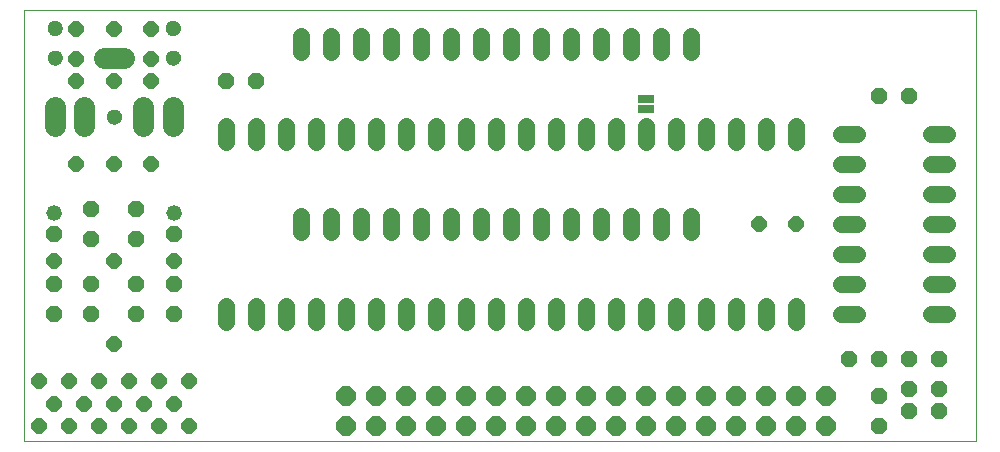
<source format=gbs>
G75*
G70*
%OFA0B0*%
%FSLAX24Y24*%
%IPPOS*%
%LPD*%
%AMOC8*
5,1,8,0,0,1.08239X$1,22.5*
%
%ADD10C,0.0000*%
%ADD11C,0.0560*%
%ADD12OC8,0.0560*%
%ADD13OC8,0.0640*%
%ADD14C,0.0690*%
%ADD15C,0.0512*%
%ADD16OC8,0.0520*%
%ADD17C,0.0520*%
%ADD18R,0.0540X0.0290*%
%ADD19OC8,0.0512*%
D10*
X002180Y003130D02*
X002180Y017500D01*
X033922Y017500D01*
X033922Y003130D01*
X002180Y003130D01*
X004944Y013949D02*
X004946Y013979D01*
X004952Y014009D01*
X004961Y014038D01*
X004974Y014065D01*
X004991Y014090D01*
X005010Y014113D01*
X005033Y014134D01*
X005058Y014151D01*
X005084Y014165D01*
X005113Y014175D01*
X005142Y014182D01*
X005172Y014185D01*
X005203Y014184D01*
X005233Y014179D01*
X005262Y014170D01*
X005289Y014158D01*
X005315Y014143D01*
X005339Y014124D01*
X005360Y014102D01*
X005378Y014078D01*
X005393Y014051D01*
X005404Y014023D01*
X005412Y013994D01*
X005416Y013964D01*
X005416Y013934D01*
X005412Y013904D01*
X005404Y013875D01*
X005393Y013847D01*
X005378Y013820D01*
X005360Y013796D01*
X005339Y013774D01*
X005315Y013755D01*
X005289Y013740D01*
X005262Y013728D01*
X005233Y013719D01*
X005203Y013714D01*
X005172Y013713D01*
X005142Y013716D01*
X005113Y013723D01*
X005084Y013733D01*
X005058Y013747D01*
X005033Y013764D01*
X005010Y013785D01*
X004991Y013808D01*
X004974Y013833D01*
X004961Y013860D01*
X004952Y013889D01*
X004946Y013919D01*
X004944Y013949D01*
X002975Y015917D02*
X002977Y015947D01*
X002983Y015977D01*
X002992Y016006D01*
X003005Y016033D01*
X003022Y016058D01*
X003041Y016081D01*
X003064Y016102D01*
X003089Y016119D01*
X003115Y016133D01*
X003144Y016143D01*
X003173Y016150D01*
X003203Y016153D01*
X003234Y016152D01*
X003264Y016147D01*
X003293Y016138D01*
X003320Y016126D01*
X003346Y016111D01*
X003370Y016092D01*
X003391Y016070D01*
X003409Y016046D01*
X003424Y016019D01*
X003435Y015991D01*
X003443Y015962D01*
X003447Y015932D01*
X003447Y015902D01*
X003443Y015872D01*
X003435Y015843D01*
X003424Y015815D01*
X003409Y015788D01*
X003391Y015764D01*
X003370Y015742D01*
X003346Y015723D01*
X003320Y015708D01*
X003293Y015696D01*
X003264Y015687D01*
X003234Y015682D01*
X003203Y015681D01*
X003173Y015684D01*
X003144Y015691D01*
X003115Y015701D01*
X003089Y015715D01*
X003064Y015732D01*
X003041Y015753D01*
X003022Y015776D01*
X003005Y015801D01*
X002992Y015828D01*
X002983Y015857D01*
X002977Y015887D01*
X002975Y015917D01*
X002975Y016902D02*
X002977Y016932D01*
X002983Y016962D01*
X002992Y016991D01*
X003005Y017018D01*
X003022Y017043D01*
X003041Y017066D01*
X003064Y017087D01*
X003089Y017104D01*
X003115Y017118D01*
X003144Y017128D01*
X003173Y017135D01*
X003203Y017138D01*
X003234Y017137D01*
X003264Y017132D01*
X003293Y017123D01*
X003320Y017111D01*
X003346Y017096D01*
X003370Y017077D01*
X003391Y017055D01*
X003409Y017031D01*
X003424Y017004D01*
X003435Y016976D01*
X003443Y016947D01*
X003447Y016917D01*
X003447Y016887D01*
X003443Y016857D01*
X003435Y016828D01*
X003424Y016800D01*
X003409Y016773D01*
X003391Y016749D01*
X003370Y016727D01*
X003346Y016708D01*
X003320Y016693D01*
X003293Y016681D01*
X003264Y016672D01*
X003234Y016667D01*
X003203Y016666D01*
X003173Y016669D01*
X003144Y016676D01*
X003115Y016686D01*
X003089Y016700D01*
X003064Y016717D01*
X003041Y016738D01*
X003022Y016761D01*
X003005Y016786D01*
X002992Y016813D01*
X002983Y016842D01*
X002977Y016872D01*
X002975Y016902D01*
X006913Y016902D02*
X006915Y016932D01*
X006921Y016962D01*
X006930Y016991D01*
X006943Y017018D01*
X006960Y017043D01*
X006979Y017066D01*
X007002Y017087D01*
X007027Y017104D01*
X007053Y017118D01*
X007082Y017128D01*
X007111Y017135D01*
X007141Y017138D01*
X007172Y017137D01*
X007202Y017132D01*
X007231Y017123D01*
X007258Y017111D01*
X007284Y017096D01*
X007308Y017077D01*
X007329Y017055D01*
X007347Y017031D01*
X007362Y017004D01*
X007373Y016976D01*
X007381Y016947D01*
X007385Y016917D01*
X007385Y016887D01*
X007381Y016857D01*
X007373Y016828D01*
X007362Y016800D01*
X007347Y016773D01*
X007329Y016749D01*
X007308Y016727D01*
X007284Y016708D01*
X007258Y016693D01*
X007231Y016681D01*
X007202Y016672D01*
X007172Y016667D01*
X007141Y016666D01*
X007111Y016669D01*
X007082Y016676D01*
X007053Y016686D01*
X007027Y016700D01*
X007002Y016717D01*
X006979Y016738D01*
X006960Y016761D01*
X006943Y016786D01*
X006930Y016813D01*
X006921Y016842D01*
X006915Y016872D01*
X006913Y016902D01*
X006913Y015917D02*
X006915Y015947D01*
X006921Y015977D01*
X006930Y016006D01*
X006943Y016033D01*
X006960Y016058D01*
X006979Y016081D01*
X007002Y016102D01*
X007027Y016119D01*
X007053Y016133D01*
X007082Y016143D01*
X007111Y016150D01*
X007141Y016153D01*
X007172Y016152D01*
X007202Y016147D01*
X007231Y016138D01*
X007258Y016126D01*
X007284Y016111D01*
X007308Y016092D01*
X007329Y016070D01*
X007347Y016046D01*
X007362Y016019D01*
X007373Y015991D01*
X007381Y015962D01*
X007385Y015932D01*
X007385Y015902D01*
X007381Y015872D01*
X007373Y015843D01*
X007362Y015815D01*
X007347Y015788D01*
X007329Y015764D01*
X007308Y015742D01*
X007284Y015723D01*
X007258Y015708D01*
X007231Y015696D01*
X007202Y015687D01*
X007172Y015682D01*
X007141Y015681D01*
X007111Y015684D01*
X007082Y015691D01*
X007053Y015701D01*
X007027Y015715D01*
X007002Y015732D01*
X006979Y015753D01*
X006960Y015776D01*
X006943Y015801D01*
X006930Y015828D01*
X006921Y015857D01*
X006915Y015887D01*
X006913Y015917D01*
D11*
X008930Y013640D02*
X008930Y013120D01*
X009930Y013120D02*
X009930Y013640D01*
X010930Y013640D02*
X010930Y013120D01*
X011930Y013120D02*
X011930Y013640D01*
X012930Y013640D02*
X012930Y013120D01*
X013930Y013120D02*
X013930Y013640D01*
X014930Y013640D02*
X014930Y013120D01*
X015930Y013120D02*
X015930Y013640D01*
X016930Y013640D02*
X016930Y013120D01*
X017930Y013120D02*
X017930Y013640D01*
X018930Y013640D02*
X018930Y013120D01*
X019930Y013120D02*
X019930Y013640D01*
X020930Y013640D02*
X020930Y013120D01*
X021930Y013120D02*
X021930Y013640D01*
X022930Y013640D02*
X022930Y013120D01*
X023930Y013120D02*
X023930Y013640D01*
X024930Y013640D02*
X024930Y013120D01*
X025930Y013120D02*
X025930Y013640D01*
X026930Y013640D02*
X026930Y013120D01*
X027930Y013120D02*
X027930Y013640D01*
X029420Y013380D02*
X029940Y013380D01*
X029940Y012380D02*
X029420Y012380D01*
X029420Y011380D02*
X029940Y011380D01*
X029940Y010380D02*
X029420Y010380D01*
X029420Y009380D02*
X029940Y009380D01*
X029940Y008380D02*
X029420Y008380D01*
X027930Y007640D02*
X027930Y007120D01*
X026930Y007120D02*
X026930Y007640D01*
X025930Y007640D02*
X025930Y007120D01*
X024930Y007120D02*
X024930Y007640D01*
X023930Y007640D02*
X023930Y007120D01*
X022930Y007120D02*
X022930Y007640D01*
X021930Y007640D02*
X021930Y007120D01*
X020930Y007120D02*
X020930Y007640D01*
X019930Y007640D02*
X019930Y007120D01*
X018930Y007120D02*
X018930Y007640D01*
X017930Y007640D02*
X017930Y007120D01*
X016930Y007120D02*
X016930Y007640D01*
X015930Y007640D02*
X015930Y007120D01*
X014930Y007120D02*
X014930Y007640D01*
X013930Y007640D02*
X013930Y007120D01*
X012930Y007120D02*
X012930Y007640D01*
X011930Y007640D02*
X011930Y007120D01*
X010930Y007120D02*
X010930Y007640D01*
X009930Y007640D02*
X009930Y007120D01*
X008930Y007120D02*
X008930Y007640D01*
X011430Y010120D02*
X011430Y010640D01*
X012430Y010640D02*
X012430Y010120D01*
X013430Y010120D02*
X013430Y010640D01*
X014430Y010640D02*
X014430Y010120D01*
X015430Y010120D02*
X015430Y010640D01*
X016430Y010640D02*
X016430Y010120D01*
X017430Y010120D02*
X017430Y010640D01*
X018430Y010640D02*
X018430Y010120D01*
X019430Y010120D02*
X019430Y010640D01*
X020430Y010640D02*
X020430Y010120D01*
X021430Y010120D02*
X021430Y010640D01*
X022430Y010640D02*
X022430Y010120D01*
X023430Y010120D02*
X023430Y010640D01*
X024430Y010640D02*
X024430Y010120D01*
X029420Y007380D02*
X029940Y007380D01*
X032420Y007380D02*
X032940Y007380D01*
X032940Y008380D02*
X032420Y008380D01*
X032420Y009380D02*
X032940Y009380D01*
X032940Y010380D02*
X032420Y010380D01*
X032420Y011380D02*
X032940Y011380D01*
X032940Y012380D02*
X032420Y012380D01*
X032420Y013380D02*
X032940Y013380D01*
X024430Y016120D02*
X024430Y016640D01*
X023430Y016640D02*
X023430Y016120D01*
X022430Y016120D02*
X022430Y016640D01*
X021430Y016640D02*
X021430Y016120D01*
X020430Y016120D02*
X020430Y016640D01*
X019430Y016640D02*
X019430Y016120D01*
X018430Y016120D02*
X018430Y016640D01*
X017430Y016640D02*
X017430Y016120D01*
X016430Y016120D02*
X016430Y016640D01*
X015430Y016640D02*
X015430Y016120D01*
X014430Y016120D02*
X014430Y016640D01*
X013430Y016640D02*
X013430Y016120D01*
X012430Y016120D02*
X012430Y016640D01*
X011430Y016640D02*
X011430Y016120D01*
D12*
X009930Y015130D03*
X008930Y015130D03*
X005930Y010880D03*
X005930Y009880D03*
X004430Y009880D03*
X004430Y010880D03*
X004430Y008380D03*
X003180Y008380D03*
X003180Y007380D03*
X004430Y007380D03*
X005930Y007380D03*
X007180Y007380D03*
X007180Y008380D03*
X005930Y008380D03*
X029680Y005880D03*
X030680Y005880D03*
X031680Y005880D03*
X032680Y005880D03*
X032680Y004880D03*
X031680Y004880D03*
X030680Y004630D03*
X031680Y004130D03*
X032680Y004130D03*
X030680Y003630D03*
X030680Y014630D03*
X031680Y014630D03*
D13*
X028930Y004630D03*
X027930Y004630D03*
X026930Y004630D03*
X025930Y004630D03*
X024930Y004630D03*
X023930Y004630D03*
X022930Y004630D03*
X021930Y004630D03*
X020930Y004630D03*
X019930Y004630D03*
X018930Y004630D03*
X017930Y004630D03*
X016930Y004630D03*
X015930Y004630D03*
X014930Y004630D03*
X013930Y004630D03*
X012930Y004630D03*
X012930Y003630D03*
X013930Y003630D03*
X014930Y003630D03*
X015930Y003630D03*
X016930Y003630D03*
X017930Y003630D03*
X018930Y003630D03*
X019930Y003630D03*
X020930Y003630D03*
X021930Y003630D03*
X022930Y003630D03*
X023930Y003630D03*
X024930Y003630D03*
X025930Y003630D03*
X026930Y003630D03*
X027930Y003630D03*
X028930Y003630D03*
D14*
X007149Y013624D02*
X007149Y014274D01*
X006164Y014274D02*
X006164Y013624D01*
X004196Y013624D02*
X004196Y014274D01*
X003211Y014274D02*
X003211Y013624D01*
X004855Y015917D02*
X005505Y015917D01*
D15*
X007149Y015917D03*
X007149Y016902D03*
X003211Y016902D03*
X003211Y015917D03*
X005180Y013949D03*
D16*
X003180Y010030D03*
X007180Y010030D03*
D17*
X007180Y010730D03*
X003180Y010730D03*
D18*
X022930Y014218D03*
X022930Y014538D03*
D19*
X026680Y010380D03*
X027930Y010380D03*
X007680Y005130D03*
X006680Y005130D03*
X005680Y005130D03*
X004680Y005130D03*
X003680Y005130D03*
X002680Y005130D03*
X003180Y004380D03*
X004180Y004380D03*
X005180Y004380D03*
X006180Y004380D03*
X007180Y004380D03*
X006680Y003630D03*
X005680Y003630D03*
X004680Y003630D03*
X003680Y003630D03*
X002680Y003630D03*
X005180Y006380D03*
X005180Y009130D03*
X003180Y009130D03*
X007180Y009130D03*
X006430Y012380D03*
X005180Y012380D03*
X003930Y012380D03*
X003930Y015130D03*
X005180Y015130D03*
X006430Y015130D03*
X006430Y015880D03*
X006430Y016880D03*
X005180Y016880D03*
X003930Y016880D03*
X003930Y015880D03*
X007680Y003630D03*
M02*

</source>
